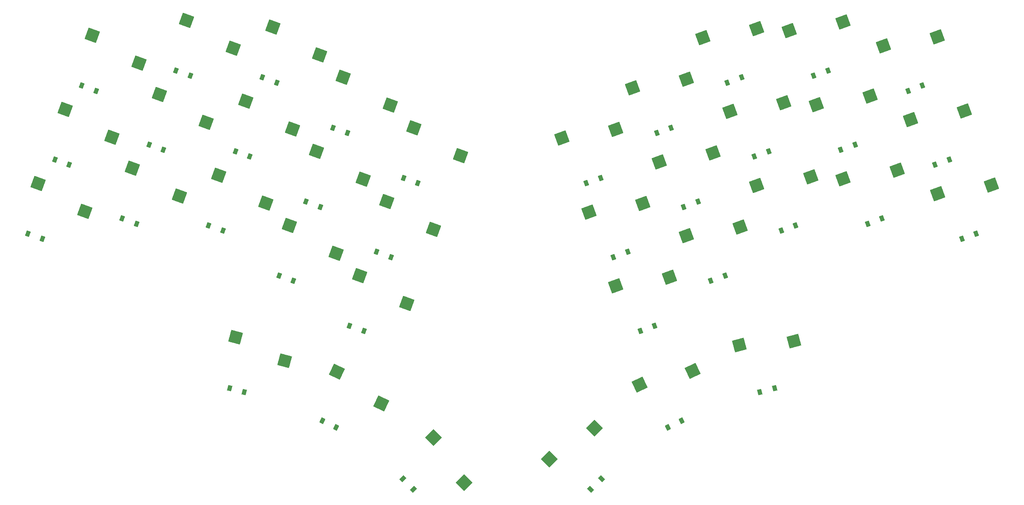
<source format=gbr>
%TF.GenerationSoftware,KiCad,Pcbnew,8.0.1*%
%TF.CreationDate,2024-04-14T13:59:04+09:00*%
%TF.ProjectId,lazyboy36,6c617a79-626f-4793-9336-2e6b69636164,v1.0.0*%
%TF.SameCoordinates,Original*%
%TF.FileFunction,Paste,Bot*%
%TF.FilePolarity,Positive*%
%FSLAX46Y46*%
G04 Gerber Fmt 4.6, Leading zero omitted, Abs format (unit mm)*
G04 Created by KiCad (PCBNEW 8.0.1) date 2024-04-14 13:59:04*
%MOMM*%
%LPD*%
G01*
G04 APERTURE LIST*
G04 Aperture macros list*
%AMRotRect*
0 Rectangle, with rotation*
0 The origin of the aperture is its center*
0 $1 length*
0 $2 width*
0 $3 Rotation angle, in degrees counterclockwise*
0 Add horizontal line*
21,1,$1,$2,0,0,$3*%
G04 Aperture macros list end*
%ADD10RotRect,2.600000X2.600000X340.000000*%
%ADD11RotRect,2.600000X2.600000X20.000000*%
%ADD12RotRect,0.900000X1.200000X340.000000*%
%ADD13RotRect,2.600000X2.600000X25.000000*%
%ADD14RotRect,0.900000X1.200000X20.000000*%
%ADD15RotRect,0.900000X1.200000X25.000000*%
%ADD16RotRect,0.900000X1.200000X45.000000*%
%ADD17RotRect,2.600000X2.600000X345.000000*%
%ADD18RotRect,2.600000X2.600000X15.000000*%
%ADD19RotRect,0.900000X1.200000X315.000000*%
%ADD20RotRect,2.600000X2.600000X315.000000*%
%ADD21RotRect,0.900000X1.200000X335.000000*%
%ADD22RotRect,2.600000X2.600000X45.000000*%
%ADD23RotRect,0.900000X1.200000X345.000000*%
%ADD24RotRect,2.600000X2.600000X335.000000*%
%ADD25RotRect,0.900000X1.200000X15.000000*%
G04 APERTURE END LIST*
D10*
%TO.C,S8*%
X100480182Y-105364616D03*
X110581187Y-111382269D03*
%TD*%
D11*
%TO.C,S30*%
X183837587Y-102484882D03*
X195443478Y-100601872D03*
%TD*%
D10*
%TO.C,S15*%
X136703256Y-111099485D03*
X146804261Y-117117138D03*
%TD*%
D11*
%TO.C,S21*%
X238001185Y-93412730D03*
X249607076Y-91529720D03*
%TD*%
D12*
%TO.C,D2*%
X59302831Y-117992675D03*
X62403817Y-119121339D03*
%TD*%
D13*
%TO.C,S35*%
X185406563Y-166551212D03*
X196804175Y-163663848D03*
%TD*%
D14*
%TO.C,D19*%
X254901989Y-135096119D03*
X258002971Y-133967455D03*
%TD*%
D10*
%TO.C,S14*%
X130888918Y-127074248D03*
X140989923Y-133091901D03*
%TD*%
D15*
%TO.C,D35*%
X191506985Y-175788528D03*
X194497797Y-174393888D03*
%TD*%
D12*
%TO.C,D3*%
X65117168Y-102017911D03*
X68218154Y-103146575D03*
%TD*%
D10*
%TO.C,S5*%
X81855621Y-103906711D03*
X91956626Y-109924364D03*
%TD*%
D16*
%TO.C,D36*%
X174823250Y-189233024D03*
X177156700Y-186899570D03*
%TD*%
D11*
%TO.C,S23*%
X223480873Y-106146942D03*
X235086764Y-104263932D03*
%TD*%
D14*
%TO.C,D20*%
X249087655Y-119121349D03*
X252188637Y-117992685D03*
%TD*%
%TO.C,D32*%
X179719678Y-139048348D03*
X182820660Y-137919684D03*
%TD*%
D11*
%TO.C,S24*%
X217666521Y-90172159D03*
X229272412Y-88289149D03*
%TD*%
D17*
%TO.C,S16*%
X98246003Y-156338907D03*
X108833045Y-161453300D03*
%TD*%
D14*
%TO.C,D31*%
X185534034Y-155023110D03*
X188635016Y-153894446D03*
%TD*%
D18*
%TO.C,S34*%
X206918650Y-158034176D03*
X218644493Y-157169852D03*
%TD*%
D11*
%TO.C,S26*%
X204856291Y-107604835D03*
X216462182Y-105721825D03*
%TD*%
%TO.C,S27*%
X199041957Y-91630063D03*
X210647848Y-89747053D03*
%TD*%
D14*
%TO.C,D22*%
X234567326Y-131855557D03*
X237668308Y-130726893D03*
%TD*%
D12*
%TO.C,D4*%
X73823152Y-130726890D03*
X76924138Y-131855554D03*
%TD*%
D14*
%TO.C,D28*%
X200738393Y-144168296D03*
X203839375Y-143039632D03*
%TD*%
D12*
%TO.C,D9*%
X104076410Y-100235248D03*
X107177396Y-101363912D03*
%TD*%
D19*
%TO.C,D18*%
X134334767Y-186899569D03*
X136668221Y-189233019D03*
%TD*%
D12*
%TO.C,D8*%
X98262058Y-116210019D03*
X101363044Y-117338683D03*
%TD*%
D14*
%TO.C,D27*%
X204314082Y-101363917D03*
X207415064Y-100235253D03*
%TD*%
D20*
%TO.C,S18*%
X140928536Y-178007709D03*
X147539984Y-187730423D03*
%TD*%
D14*
%TO.C,D29*%
X194924049Y-128193523D03*
X198025031Y-127064859D03*
%TD*%
D11*
%TO.C,S33*%
X168633220Y-113339709D03*
X180239111Y-111456699D03*
%TD*%
D14*
%TO.C,D24*%
X222938635Y-99906026D03*
X226039617Y-98777362D03*
%TD*%
D12*
%TO.C,D14*%
X128670796Y-137919676D03*
X131771782Y-139048340D03*
%TD*%
D21*
%TO.C,D17*%
X116993667Y-174393893D03*
X119984483Y-175788531D03*
%TD*%
D10*
%TO.C,S2*%
X61520943Y-107147266D03*
X71621948Y-113164919D03*
%TD*%
D11*
%TO.C,S29*%
X189651926Y-118459672D03*
X201257817Y-116576662D03*
%TD*%
D22*
%TO.C,S36*%
X165931385Y-182639254D03*
X175654099Y-176027806D03*
%TD*%
D12*
%TO.C,D13*%
X122856454Y-153894451D03*
X125957440Y-155023115D03*
%TD*%
D11*
%TO.C,S31*%
X180261896Y-145289275D03*
X191867787Y-143406265D03*
%TD*%
%TO.C,S19*%
X249629877Y-125362288D03*
X261235768Y-123479278D03*
%TD*%
D10*
%TO.C,S1*%
X55706601Y-123122057D03*
X65807606Y-129139710D03*
%TD*%
D23*
%TO.C,D16*%
X96981573Y-167336378D03*
X100169129Y-168190478D03*
%TD*%
D12*
%TO.C,D11*%
X113466425Y-127064840D03*
X116567411Y-128193504D03*
%TD*%
D11*
%TO.C,S25*%
X210670641Y-123579607D03*
X222276532Y-121696597D03*
%TD*%
D12*
%TO.C,D1*%
X53488484Y-133967460D03*
X56589470Y-135096124D03*
%TD*%
D14*
%TO.C,D23*%
X228752984Y-115880779D03*
X231853966Y-114752115D03*
%TD*%
%TO.C,D30*%
X189109706Y-112218730D03*
X192210688Y-111090066D03*
%TD*%
%TO.C,D21*%
X243273310Y-103146564D03*
X246374292Y-102017900D03*
%TD*%
D10*
%TO.C,S6*%
X87669960Y-87931935D03*
X97770965Y-93949588D03*
%TD*%
D12*
%TO.C,D12*%
X119280760Y-111090074D03*
X122381746Y-112218738D03*
%TD*%
%TO.C,D7*%
X92447717Y-132184787D03*
X95548703Y-133313451D03*
%TD*%
D24*
%TO.C,S17*%
X120148588Y-163783060D03*
X129686683Y-170658178D03*
%TD*%
D14*
%TO.C,D33*%
X173905342Y-123073553D03*
X177006324Y-121944889D03*
%TD*%
D11*
%TO.C,S32*%
X174447560Y-129314501D03*
X186053451Y-127431491D03*
%TD*%
%TO.C,S20*%
X243815532Y-109387495D03*
X255421423Y-107504485D03*
%TD*%
D10*
%TO.C,S13*%
X125074576Y-143049035D03*
X135175581Y-149066688D03*
%TD*%
%TO.C,S3*%
X67335298Y-91172502D03*
X77436303Y-97190155D03*
%TD*%
D14*
%TO.C,D25*%
X215942761Y-133313459D03*
X219043743Y-132184795D03*
%TD*%
D12*
%TO.C,D10*%
X107652079Y-143039626D03*
X110753065Y-144168290D03*
%TD*%
D10*
%TO.C,S9*%
X106294525Y-89389825D03*
X116395530Y-95407478D03*
%TD*%
%TO.C,S10*%
X109870209Y-132194205D03*
X119971214Y-138211858D03*
%TD*%
D12*
%TO.C,D5*%
X79637488Y-114752122D03*
X82738474Y-115880786D03*
%TD*%
D10*
%TO.C,S11*%
X115684550Y-116219431D03*
X125785555Y-122237084D03*
%TD*%
D12*
%TO.C,D15*%
X134485135Y-121944900D03*
X137586121Y-123073564D03*
%TD*%
%TO.C,D6*%
X85451840Y-98777357D03*
X88552826Y-99906021D03*
%TD*%
D11*
%TO.C,S22*%
X229295209Y-122121717D03*
X240901100Y-120238707D03*
%TD*%
D10*
%TO.C,S4*%
X76041273Y-119881489D03*
X86142278Y-125899142D03*
%TD*%
D11*
%TO.C,S28*%
X195466271Y-134434445D03*
X207072162Y-132551435D03*
%TD*%
D14*
%TO.C,D26*%
X210128411Y-117338681D03*
X213229393Y-116210017D03*
%TD*%
D10*
%TO.C,S7*%
X94665845Y-121339376D03*
X104766850Y-127357029D03*
%TD*%
D25*
%TO.C,D34*%
X211322347Y-168190465D03*
X214509899Y-167336363D03*
%TD*%
D10*
%TO.C,S12*%
X121498899Y-100244653D03*
X131599904Y-106262306D03*
%TD*%
M02*

</source>
